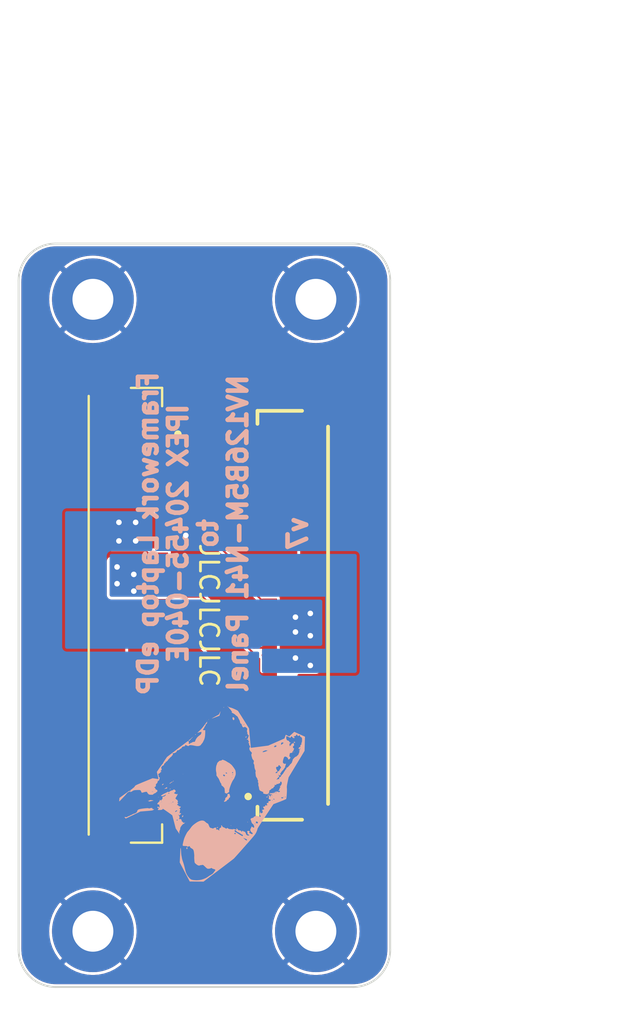
<source format=kicad_pcb>
(kicad_pcb (version 20211014) (generator pcbnew)
  (title_block (title "40 pin EDP from Framework Laptop to 30 pin LVDS") (rev "7"))
  (layers (0 "F.Cu" signal) (31 "B.Cu" signal) (34 "B.Paste" user) (35 "F.Paste" user) (36 "B.SilkS" user "B.Silkscreen") (37 "F.SilkS" user "F.Silkscreen") (38 "B.Mask" user) (39 "F.Mask" user) (44 "Edge.Cuts" user))
  (net 0 "")
  (net 1 "BL_PWR")
  (net 2 "EDP_LANE0_P")
  (net 3 "EDP_LANE0_N")
  (net 4 "EDP_LANE1_P")
  (net 5 "EDP_LANE1_N")
  (net 6 "EDP_HPD")
  (net 7 "BL_PWM_DIM")
  (net 8 "BL_EN")
  (net 9 "H_GND")
  (net 10 "EDP_3V")
  (net 17 "EDP_AUX_P")
  (net 18 "EDP_AUX_N")
  (net 19 "EDP_SELF_TEST")
  (net 22 "GND")
  (net 27 "EDP_GND")
  (net 28 "BL_GND")
  (footprint "footprints:IPEX_20455-040E-76" (layer "F.Cu") (at 137.675 99 -90)
    (fp_text reference "J1" hide)
    (fp_text value "20455-040E-76")
    (pad "1" smd rect (at 9.75 -1.92 270) (size 0.25 0.9) (layers "F.Cu" "F.Paste" "F.Mask"))
    (pad "2" smd rect (at 9.25 -1.92 270) (size 0.25 0.9) (layers "F.Cu" "F.Paste" "F.Mask") (net 9 "H_GND"))
    (pad "3" smd rect (at 8.75 -1.92 270) (size 0.25 0.9) (layers "F.Cu" "F.Paste" "F.Mask"))
    (pad "4" smd rect (at 8.25 -1.92 270) (size 0.25 0.9) (layers "F.Cu" "F.Paste" "F.Mask"))
    (pad "5" smd rect (at 7.75 -1.92 270) (size 0.25 0.9) (layers "F.Cu" "F.Paste" "F.Mask") (net 9 "H_GND"))
    (pad "6" smd rect (at 7.25 -1.92 270) (size 0.25 0.9) (layers "F.Cu" "F.Paste" "F.Mask"))
    (pad "7" smd rect (at 6.75 -1.92 270) (size 0.25 0.9) (layers "F.Cu" "F.Paste" "F.Mask"))
    (pad "8" smd rect (at 6.25 -1.92 270) (size 0.25 0.9) (layers "F.Cu" "F.Paste" "F.Mask") (net 9 "H_GND"))
    (pad "9" smd rect (at 5.75 -1.92 270) (size 0.25 0.9) (layers "F.Cu" "F.Paste" "F.Mask") (net 5 "EDP_LANE1_N"))
    (pad "10" smd rect (at 5.25 -1.92 270) (size 0.25 0.9) (layers "F.Cu" "F.Paste" "F.Mask") (net 4 "EDP_LANE1_P"))
    (pad "11" smd rect (at 4.75 -1.92 270) (size 0.25 0.9) (layers "F.Cu" "F.Paste" "F.Mask") (net 9 "H_GND"))
    (pad "12" smd rect (at 4.25 -1.92 270) (size 0.25 0.9) (layers "F.Cu" "F.Paste" "F.Mask") (net 3 "EDP_LANE0_N"))
    (pad "13" smd rect (at 3.75 -1.92 270) (size 0.25 0.9) (layers "F.Cu" "F.Paste" "F.Mask") (net 2 "EDP_LANE0_P"))
    (pad "14" smd rect (at 3.25 -1.92 270) (size 0.25 0.9) (layers "F.Cu" "F.Paste" "F.Mask") (net 9 "H_GND"))
    (pad "15" smd rect (at 2.75 -1.92 270) (size 0.25 0.9) (layers "F.Cu" "F.Paste" "F.Mask") (net 17 "EDP_AUX_P"))
    (pad "16" smd rect (at 2.25 -1.92 270) (size 0.25 0.9) (layers "F.Cu" "F.Paste" "F.Mask") (net 18 "EDP_AUX_N"))
    (pad "17" smd rect (at 1.75 -1.92 270) (size 0.25 0.9) (layers "F.Cu" "F.Paste" "F.Mask") (net 9 "H_GND"))
    (pad "18" smd rect (at 1.25 -1.92 270) (size 0.25 0.9) (layers "F.Cu" "F.Paste" "F.Mask") (net 10 "EDP_3V"))
    (pad "19" smd rect (at 0.75 -1.92 270) (size 0.25 0.9) (layers "F.Cu" "F.Paste" "F.Mask") (net 10 "EDP_3V"))
    (pad "20" smd rect (at 0.25 -1.92 270) (size 0.25 0.9) (layers "F.Cu" "F.Paste" "F.Mask") (net 10 "EDP_3V"))
    (pad "21" smd rect (at -0.25 -1.92 270) (size 0.25 0.9) (layers "F.Cu" "F.Paste" "F.Mask") (net 10 "EDP_3V"))
    (pad "22" smd rect (at -0.75 -1.92 270) (size 0.25 0.9) (layers "F.Cu" "F.Paste" "F.Mask") (net 19 "EDP_SELF_TEST"))
    (pad "23" smd rect (at -1.25 -1.92 270) (size 0.25 0.9) (layers "F.Cu" "F.Paste" "F.Mask") (net 27 "EDP_GND"))
    (pad "24" smd rect (at -1.75 -1.92 270) (size 0.25 0.9) (layers "F.Cu" "F.Paste" "F.Mask") (net 27 "EDP_GND"))
    (pad "25" smd rect (at -2.25 -1.92 270) (size 0.25 0.9) (layers "F.Cu" "F.Paste" "F.Mask") (net 27 "EDP_GND"))
    (pad "26" smd rect (at -2.75 -1.92 270) (size 0.25 0.9) (layers "F.Cu" "F.Paste" "F.Mask") (net 27 "EDP_GND"))
    (pad "27" smd rect (at -3.25 -1.92 270) (size 0.25 0.9) (layers "F.Cu" "F.Paste" "F.Mask") (net 6 "EDP_HPD"))
    (pad "28" smd rect (at -3.75 -1.92 270) (size 0.25 0.9) (layers "F.Cu" "F.Paste" "F.Mask") (net 28 "BL_GND"))
    (pad "29" smd rect (at -4.25 -1.92 270) (size 0.25 0.9) (layers "F.Cu" "F.Paste" "F.Mask") (net 28 "BL_GND"))
    (pad "30" smd rect (at -4.75 -1.92 270) (size 0.25 0.9) (layers "F.Cu" "F.Paste" "F.Mask") (net 28 "BL_GND"))
    (pad "31" smd rect (at -5.25 -1.92 270) (size 0.25 0.9) (layers "F.Cu" "F.Paste" "F.Mask") (net 28 "BL_GND"))
    (pad "32" smd rect (at -5.75 -1.92 270) (size 0.25 0.9) (layers "F.Cu" "F.Paste" "F.Mask") (net 8 "BL_EN"))
    (pad "33" smd rect (at -6.25 -1.92 270) (size 0.25 0.9) (layers "F.Cu" "F.Paste" "F.Mask") (net 7 "BL_PWM_DIM"))
    (pad "34" smd rect (at -6.75 -1.92 270) (size 0.25 0.9) (layers "F.Cu" "F.Paste" "F.Mask"))
    (pad "35" smd rect (at -7.25 -1.92 270) (size 0.25 0.9) (layers "F.Cu" "F.Paste" "F.Mask"))
    (pad "36" smd rect (at -7.75 -1.92 270) (size 0.25 0.9) (layers "F.Cu" "F.Paste" "F.Mask") (net 1 "BL_PWR"))
    (pad "37" smd rect (at -8.25 -1.92 270) (size 0.25 0.9) (layers "F.Cu" "F.Paste" "F.Mask") (net 1 "BL_PWR"))
    (pad "38" smd rect (at -8.75 -1.92 270) (size 0.25 0.9) (layers "F.Cu" "F.Paste" "F.Mask") (net 1 "BL_PWR"))
    (pad "39" smd rect (at -9.25 -1.92 270) (size 0.25 0.9) (layers "F.Cu" "F.Paste" "F.Mask") (net 1 "BL_PWR"))
    (pad "40" smd rect (at -9.75 -1.92 270) (size 0.25 0.9) (layers "F.Cu" "F.Paste" "F.Mask"))
    (pad "S1" smd rect (at -10.65 -1.92 270) (size 0.55 0.9) (layers "F.Cu" "F.Paste" "F.Mask") (net 22 "GND"))
    (pad "S2" smd rect (at -12.85 0.9 270) (size 1.4 1.9) (layers "F.Cu" "F.Paste" "F.Mask") (net 22 "GND"))
    (pad "S3" smd rect (at 10.65 -1.92 270) (size 0.55 0.9) (layers "F.Cu" "F.Paste" "F.Mask") (net 22 "GND"))
    (pad "S4" smd rect (at 12.85 0.9 270) (size 1.4 1.9) (layers "F.Cu" "F.Paste" "F.Mask") (net 22 "GND"))
  )
  (footprint "footprints:GCT_FFC2B28-40-G" (layer "F.Cu") (at 146.755 99 90)
    (fp_text reference "J2" hide)
    (fp_text value "FFC2B28-40-G")
    (pad "1" smd rect (at -9.75 -1.25 90) (size 0.3 0.8) (layers "F.Cu" "F.Paste" "F.Mask"))
    (pad "2" smd rect (at -9.25 -1.25 90) (size 0.3 0.8) (layers "F.Cu" "F.Paste" "F.Mask") (net 9 "H_GND"))
    (pad "3" smd rect (at -8.75 -1.25 90) (size 0.3 0.8) (layers "F.Cu" "F.Paste" "F.Mask") (net 5 "EDP_LANE1_N"))
    (pad "4" smd rect (at -8.25 -1.25 90) (size 0.3 0.8) (layers "F.Cu" "F.Paste" "F.Mask") (net 4 "EDP_LANE1_P"))
    (pad "5" smd rect (at -7.75 -1.25 90) (size 0.3 0.8) (layers "F.Cu" "F.Paste" "F.Mask") (net 9 "H_GND"))
    (pad "6" smd rect (at -7.25 -1.25 90) (size 0.3 0.8) (layers "F.Cu" "F.Paste" "F.Mask") (net 3 "EDP_LANE0_N"))
    (pad "7" smd rect (at -6.75 -1.25 90) (size 0.3 0.8) (layers "F.Cu" "F.Paste" "F.Mask") (net 2 "EDP_LANE0_P"))
    (pad "8" smd rect (at -6.25 -1.25 90) (size 0.3 0.8) (layers "F.Cu" "F.Paste" "F.Mask") (net 9 "H_GND"))
    (pad "9" smd rect (at -5.75 -1.25 90) (size 0.3 0.8) (layers "F.Cu" "F.Paste" "F.Mask") (net 17 "EDP_AUX_P"))
    (pad "10" smd rect (at -5.25 -1.25 90) (size 0.3 0.8) (layers "F.Cu" "F.Paste" "F.Mask") (net 18 "EDP_AUX_N"))
    (pad "11" smd rect (at -4.75 -1.25 90) (size 0.3 0.8) (layers "F.Cu" "F.Paste" "F.Mask") (net 9 "H_GND"))
    (pad "12" smd rect (at -4.25 -1.25 90) (size 0.3 0.8) (layers "F.Cu" "F.Paste" "F.Mask") (net 10 "EDP_3V"))
    (pad "13" smd rect (at -3.75 -1.25 90) (size 0.3 0.8) (layers "F.Cu" "F.Paste" "F.Mask") (net 10 "EDP_3V"))
    (pad "14" smd rect (at -3.25 -1.25 90) (size 0.3 0.8) (layers "F.Cu" "F.Paste" "F.Mask") (net 19 "EDP_SELF_TEST"))
    (pad "15" smd rect (at -2.75 -1.25 90) (size 0.3 0.8) (layers "F.Cu" "F.Paste" "F.Mask") (net 27 "EDP_GND"))
    (pad "16" smd rect (at -2.25 -1.25 90) (size 0.3 0.8) (layers "F.Cu" "F.Paste" "F.Mask") (net 27 "EDP_GND"))
    (pad "17" smd rect (at -1.75 -1.25 90) (size 0.3 0.8) (layers "F.Cu" "F.Paste" "F.Mask") (net 6 "EDP_HPD"))
    (pad "18" smd rect (at -1.25 -1.25 90) (size 0.3 0.8) (layers "F.Cu" "F.Paste" "F.Mask") (net 28 "BL_GND"))
    (pad "19" smd rect (at -0.75 -1.25 90) (size 0.3 0.8) (layers "F.Cu" "F.Paste" "F.Mask") (net 28 "BL_GND"))
    (pad "20" smd rect (at -0.25 -1.25 90) (size 0.3 0.8) (layers "F.Cu" "F.Paste" "F.Mask") (net 28 "BL_GND"))
    (pad "21" smd rect (at 0.25 -1.25 90) (size 0.3 0.8) (layers "F.Cu" "F.Paste" "F.Mask") (net 28 "BL_GND"))
    (pad "22" smd rect (at 0.75 -1.25 90) (size 0.3 0.8) (layers "F.Cu" "F.Paste" "F.Mask") (net 8 "BL_EN"))
    (pad "23" smd rect (at 1.25 -1.25 90) (size 0.3 0.8) (layers "F.Cu" "F.Paste" "F.Mask") (net 7 "BL_PWM_DIM"))
    (pad "24" smd rect (at 1.75 -1.25 90) (size 0.3 0.8) (layers "F.Cu" "F.Paste" "F.Mask"))
    (pad "25" smd rect (at 2.25 -1.25 90) (size 0.3 0.8) (layers "F.Cu" "F.Paste" "F.Mask"))
    (pad "26" smd rect (at 2.75 -1.25 90) (size 0.3 0.8) (layers "F.Cu" "F.Paste" "F.Mask") (net 1 "BL_PWR"))
    (pad "27" smd rect (at 3.25 -1.25 90) (size 0.3 0.8) (layers "F.Cu" "F.Paste" "F.Mask") (net 1 "BL_PWR"))
    (pad "28" smd rect (at 3.75 -1.25 90) (size 0.3 0.8) (layers "F.Cu" "F.Paste" "F.Mask") (net 1 "BL_PWR"))
    (pad "29" smd rect (at 4.25 -1.25 90) (size 0.3 0.8) (layers "F.Cu" "F.Paste" "F.Mask") (net 1 "BL_PWR"))
    (pad "30" smd rect (at 4.75 -1.25 90) (size 0.3 0.8) (layers "F.Cu" "F.Paste" "F.Mask"))
    (pad "31" smd rect (at 5.25 -1.25 90) (size 0.3 0.8) (layers "F.Cu" "F.Paste" "F.Mask"))
    (pad "32" smd rect (at 5.75 -1.25 90) (size 0.3 0.8) (layers "F.Cu" "F.Paste" "F.Mask"))
    (pad "33" smd rect (at 6.25 -1.25 90) (size 0.3 0.8) (layers "F.Cu" "F.Paste" "F.Mask"))
    (pad "34" smd rect (at 6.75 -1.25 90) (size 0.3 0.8) (layers "F.Cu" "F.Paste" "F.Mask"))
    (pad "35" smd rect (at 7.25 -1.25 90) (size 0.3 0.8) (layers "F.Cu" "F.Paste" "F.Mask"))
    (pad "36" smd rect (at 7.75 -1.25 90) (size 0.3 0.8) (layers "F.Cu" "F.Paste" "F.Mask"))
    (pad "37" smd rect (at 8.25 -1.25 90) (size 0.3 0.8) (layers "F.Cu" "F.Paste" "F.Mask"))
    (pad "38" smd rect (at 8.75 -1.25 90) (size 0.3 0.8) (layers "F.Cu" "F.Paste" "F.Mask"))
    (pad "39" smd rect (at 9.25 -1.25 90) (size 0.3 0.8) (layers "F.Cu" "F.Paste" "F.Mask"))
    (pad "40" smd rect (at 9.75 -1.25 90) (size 0.3 0.8) (layers "F.Cu" "F.Paste" "F.Mask"))
    (pad "S1" smd rect (at -11.25 1.25 90) (size 1.5 0.8) (layers "F.Cu" "F.Paste" "F.Mask") (net 22 "GND"))
    (pad "S2" smd rect (at 11.25 1.25 90) (size 1.5 0.8) (layers "F.Cu" "F.Paste" "F.Mask") (net 22 "GND"))
  )
  (footprint "MountingHole:MountingHole_2.2mm_M2_Pad" (layer "F.Cu") (at 136 116)
    (fp_text reference "H3" hide)
    (fp_text value "MountingHole_Pad" hide)
    (pad "1" thru_hole circle (at 0 0) (size 4.4 4.4) (drill 2.2) (layers *.Cu *.Mask) (net 22 "GND"))
  )
  (footprint "MountingHole:MountingHole_2.2mm_M2_Pad" (layer "F.Cu") (at 136 82)
    (fp_text reference "H1" hide)
    (fp_text value "MountingHole_Pad" hide)
    (pad "1" thru_hole circle (at 0 0) (size 4.4 4.4) (drill 2.2) (layers *.Cu *.Mask) (net 22 "GND"))
  )
  (footprint "MountingHole:MountingHole_2.2mm_M2_Pad" (layer "F.Cu") (at 148 116)
    (fp_text reference "H4" hide)
    (fp_text value "MountingHole_Pad" hide)
    (pad "1" thru_hole circle (at 0 0) (size 4.4 4.4) (drill 2.2) (layers *.Cu *.Mask) (net 22 "GND"))
  )
  (footprint "MountingHole:MountingHole_2.2mm_M2_Pad" (layer "F.Cu") (at 148 82)
    (fp_text reference "H2" hide)
    (fp_text value "MountingHole_Pad" hide)
    (pad "1" thru_hole circle (at 0 0) (size 4.4 4.4) (drill 2.2) (layers *.Cu *.Mask) (net 22 "GND"))
  )
  (footprint "footprints:trash_10mm" (layer "B.Cu") (at 142.4 108.6 -90)
    (fp_text reference "G***" hide)
    (fp_text value "LOGO" hide)
  )
  (gr_arc (start 150 79) (mid 151.414214 79.585786) (end 152 81) (layer "Edge.Cuts") (width 0.1))
  (gr_arc (start 152 117) (mid 151.414214 118.414214) (end 150 119) (layer "Edge.Cuts") (width 0.1))
  (gr_line (start 132 117) (end 132 81) (layer "Edge.Cuts") (width 0.1))
  (gr_line (start 150 119) (end 134 119) (layer "Edge.Cuts") (width 0.1))
  (gr_arc (start 134 119) (mid 132.585786 118.414214) (end 132 117) (layer "Edge.Cuts") (width 0.1))
  (gr_line (start 152 117) (end 152 81) (layer "Edge.Cuts") (width 0.1))
  (gr_line (start 150 79) (end 134 79) (layer "Edge.Cuts") (width 0.1))
  (gr_arc (start 132 81) (mid 132.585786 79.585786) (end 134 79) (layer "Edge.Cuts") (width 0.1))
  (gr_text "Framework Laptop eDP\nIPEX 20455-040E\nto\nNV126B5M-N41 Panel\n\nv${REVISION}" (at 143 94.6 90) (layer "B.SilkS") (effects (font (size 1 1) (thickness 0.25)) (justify mirror)))
  (gr_text "JLCJLCJLC" (at 142.2425 99 -90) (layer "F.SilkS") (effects (font (size 1 1))))
  (segment (start 141.160062 102.855) (end 144.160062 105.855) (width 0.2) (layer "F.Cu") (net 2))
  (segment (start 144.904999 105.75) (end 145.505 105.75) (width 0.2) (layer "F.Cu") (net 2))
  (segment (start 144.160062 105.855) (end 144.799999 105.855) (width 0.2) (layer "F.Cu") (net 2))
  (segment (start 140.375001 102.855) (end 141.160062 102.855) (width 0.2) (layer "F.Cu") (net 2))
  (segment (start 140.270001 102.75) (end 140.375001 102.855) (width 0.2) (layer "F.Cu") (net 2))
  (segment (start 144.799999 105.855) (end 144.904999 105.75) (width 0.2) (layer "F.Cu") (net 2))
  (segment (start 139.595 102.75) (end 140.270001 102.75) (width 0.2) (layer "F.Cu") (net 2))
  (segment (start 140.270001 103.25) (end 140.375001 103.145) (width 0.2) (layer "F.Cu") (net 3))
  (segment (start 141.039938 103.145) (end 144.039938 106.145) (width 0.2) (layer "F.Cu") (net 3))
  (segment (start 139.595 103.25) (end 140.270001 103.25) (width 0.2) (layer "F.Cu") (net 3))
  (segment (start 144.799999 106.145) (end 144.904999 106.25) (width 0.2) (layer "F.Cu") (net 3))
  (segment (start 140.375001 103.145) (end 141.039938 103.145) (width 0.2) (layer "F.Cu") (net 3))
  (segment (start 144.039938 106.145) (end 144.799999 106.145) (width 0.2) (layer "F.Cu") (net 3))
  (segment (start 144.904999 106.25) (end 145.505 106.25) (width 0.2) (layer "F.Cu") (net 3))
  (segment (start 139.595 104.25) (end 140.270001 104.25) (width 0.2) (layer "F.Cu") (net 4))
  (segment (start 140.270001 104.25) (end 140.375001 104.355) (width 0.2) (layer "F.Cu") (net 4))
  (segment (start 144.799999 107.355) (end 144.904999 107.25) (width 0.2) (layer "F.Cu") (net 4))
  (segment (start 140.375001 104.355) (end 141.160062 104.355) (width 0.2) (layer "F.Cu") (net 4))
  (segment (start 144.160062 107.355) (end 144.799999 107.355) (width 0.2) (layer "F.Cu") (net 4))
  (segment (start 141.160062 104.355) (end 144.160062 107.355) (width 0.2) (layer "F.Cu") (net 4))
  (segment (start 144.904999 107.25) (end 145.505 107.25) (width 0.2) (layer "F.Cu") (net 4))
  (segment (start 144.799999 107.645) (end 144.904999 107.75) (width 0.2) (layer "F.Cu") (net 5))
  (segment (start 144.039938 107.645) (end 144.799999 107.645) (width 0.2) (layer "F.Cu") (net 5))
  (segment (start 140.375001 104.645) (end 141.039938 104.645) (width 0.2) (layer "F.Cu") (net 5))
  (segment (start 141.039938 104.645) (end 144.039938 107.645) (width 0.2) (layer "F.Cu") (net 5))
  (segment (start 139.595 104.75) (end 140.270001 104.75) (width 0.2) (layer "F.Cu") (net 5))
  (segment (start 144.904999 107.75) (end 145.505 107.75) (width 0.2) (layer "F.Cu") (net 5))
  (segment (start 140.270001 104.75) (end 140.375001 104.645) (width 0.2) (layer "F.Cu") (net 5))
  (segment (start 141.9 98) (end 144.65 100.75) (width 0.1) (layer "F.Cu") (net 6))
  (segment (start 140.4 98) (end 141.9 98) (width 0.1) (layer "F.Cu") (net 6))
  (segment (start 139.595 95.75) (end 139.95 95.75) (width 0.1) (layer "F.Cu") (net 6))
  (segment (start 144.65 100.75) (end 145.505 100.75) (width 0.1) (layer "F.Cu") (net 6))
  (segment (start 140.2 97.8) (end 140.4 98) (width 0.1) (layer "F.Cu") (net 6))
  (segment (start 140.2 96) (end 140.2 97.8) (width 0.1) (layer "F.Cu") (net 6))
  (segment (start 139.95 95.75) (end 140.2 96) (width 0.1) (layer "F.Cu") (net 6))
  (segment (start 144.8 97.4) (end 144.8 97) (width 0.1) (layer "F.Cu") (net 7))
  (segment (start 145.505 97.75) (end 145.15 97.75) (width 0.1) (layer "F.Cu") (net 7))
  (segment (start 145.15 97.75) (end 144.8 97.4) (width 0.1) (layer "F.Cu") (net 7))
  (segment (start 144.8 97) (end 140.55 92.75) (width 0.1) (layer "F.Cu") (net 7))
  (segment (start 140.55 92.75) (end 139.595 92.75) (width 0.1) (layer "F.Cu") (net 7))
  (segment (start 144.6 97.7) (end 144.6 97.1) (width 0.1) (layer "F.Cu") (net 8))
  (segment (start 144.6 97.1) (end 140.75 93.25) (width 0.1) (layer "F.Cu") (net 8))
  (segment (start 145.505 98.25) (end 145.15 98.25) (width 0.1) (layer "F.Cu") (net 8))
  (segment (start 145.15 98.25) (end 144.6 97.7) (width 0.1) (layer "F.Cu") (net 8))
  (segment (start 140.75 93.25) (end 139.595 93.25) (width 0.1) (layer "F.Cu") (net 8))
  (segment (start 144.799999 104.645) (end 144.904999 104.75) (width 0.2) (layer "F.Cu") (net 17))
  (segment (start 140.375001 101.645) (end 141.039938 101.645) (width 0.2) (layer "F.Cu") (net 17))
  (segment (start 140.270001 101.75) (end 140.375001 101.645) (width 0.2) (layer "F.Cu") (net 17))
  (segment (start 144.904999 104.75) (end 145.505 104.75) (width 0.2) (layer "F.Cu") (net 17))
  (segment (start 139.595 101.75) (end 140.270001 101.75) (width 0.2) (layer "F.Cu") (net 17))
  (segment (start 141.039938 101.645) (end 144.039938 104.645) (width 0.2) (layer "F.Cu") (net 17))
  (segment (start 144.039938 104.645) (end 144.799999 104.645) (width 0.2) (layer "F.Cu") (net 17))
  (segment (start 144.160062 104.355) (end 144.799999 104.355) (width 0.2) (layer "F.Cu") (net 18))
  (segment (start 141.160062 101.355) (end 144.160062 104.355) (width 0.2) (layer "F.Cu") (net 18))
  (segment (start 144.799999 104.355) (end 144.904999 104.25) (width 0.2) (layer "F.Cu") (net 18))
  (segment (start 139.595 101.25) (end 140.270001 101.25) (width 0.2) (layer "F.Cu") (net 18))
  (segment (start 144.904999 104.25) (end 145.505 104.25) (width 0.2) (layer "F.Cu") (net 18))
  (segment (start 140.270001 101.25) (end 140.375001 101.355) (width 0.2) (layer "F.Cu") (net 18))
  (segment (start 140.375001 101.355) (end 141.160062 101.355) (width 0.2) (layer "F.Cu") (net 18))
  (segment (start 141.85 98.25) (end 144.955 101.355) (width 0.1) (layer "F.Cu") (net 19))
  (segment (start 144.955 101.355) (end 144.955 102.05) (width 0.1) (layer "F.Cu") (net 19))
  (segment (start 144.955 102.05) (end 145.155 102.25) (width 0.1) (layer "F.Cu") (net 19))
  (segment (start 139.595 98.25) (end 141.85 98.25) (width 0.1) (layer "F.Cu") (net 19))
  (segment (start 145.155 102.25) (end 145.505 102.25) (width 0.1) (layer "F.Cu") (net 19))
  (via (at 141 94.7) (size 0.5) (drill 0.3) (layers "F.Cu" "B.Cu") (net 22))
  (via (at 146.9 101.3) (size 0.5) (drill 0.3) (layers "F.Cu" "B.Cu") (net 27))
  (via (at 137.3 96.4) (size 0.5) (drill 0.3) (layers "F.Cu" "B.Cu") (net 27))
  (via (at 147.7 101.7) (size 0.5) (drill 0.3) (layers "F.Cu" "B.Cu") (net 27))
  (via (at 137.3 97.3) (size 0.5) (drill 0.3) (layers "F.Cu" "B.Cu") (net 27))
  (via (at 138.2 97.7) (size 0.5) (drill 0.3) (layers "F.Cu" "B.Cu") (net 27))
  (via (at 138.2 96.8) (size 0.5) (drill 0.3) (layers "F.Cu" "B.Cu") (net 27))
  (via (at 138.3 95) (size 0.5) (drill 0.3) (layers "F.Cu" "B.Cu") (net 28))
  (via (at 146.9 99.1) (size 0.5) (drill 0.3) (layers "F.Cu" "B.Cu") (net 28))
  (via (at 137.4 95) (size 0.5) (drill 0.3) (layers "F.Cu" "B.Cu") (net 28))
  (via (at 147.7 100.1) (size 0.5) (drill 0.3) (layers "F.Cu" "B.Cu") (net 28))
  (via (at 146.9 99.9) (size 0.5) (drill 0.3) (layers "F.Cu" "B.Cu") (net 28))
  (via (at 147.7 98.9) (size 0.5) (drill 0.3) (layers "F.Cu" "B.Cu") (net 28))
  (via (at 137.4 94) (size 0.5) (drill 0.3) (layers "F.Cu" "B.Cu") (net 28))
  (via (at 138.3 94) (size 0.5) (drill 0.3) (layers "F.Cu" "B.Cu") (net 28))
  (zone (net 28) (net_name "BL_GND") (layer "F.Cu") (priority 2) (connect_pads yes (clearance 0.15)) (min_thickness 0.2) (fill yes (thermal_gap 0.508) (thermal_bridge_width 0.508))
    (polygon (pts (xy 148.1 100.4) (xy 145 100.4) (xy 145 98.6) (xy 148.1 98.6)))
  )
  (zone (net 9) (net_name "H_GND") (layer "F.Cu") (priority 2) (connect_pads yes (clearance 0.15)) (min_thickness 0.25) (fill yes (thermal_gap 0.15) (thermal_bridge_width 0.508))
    (polygon (pts (xy 144.7 103.5) (xy 147 103.5) (xy 147 108.5) (xy 143.6 108.5) (xy 140.6 105.5) (xy 140.4 105.5) (xy 140.4 105.9) (xy 140.4 108.5) (xy 137.9 108.5) (xy 137.9 106.4) (xy 137.9 105.5) (xy 137.9 100.5) (xy 141.7 100.5)))
  )
  (zone (net 28) (net_name "BL_GND") (layer "F.Cu") (priority 2) (connect_pads yes (clearance 0.15)) (min_thickness 0.2) (fill yes (thermal_gap 0.508) (thermal_bridge_width 0.508))
    (polygon (pts (xy 136.9 93.599999) (xy 140.1 93.599999) (xy 140.100002 95.4) (xy 136.9 95.4)))
  )
  (zone (net 27) (net_name "EDP_GND") (layer "F.Cu") (priority 2) (connect_pads yes (clearance 0.15)) (min_thickness 0.2) (fill yes (thermal_gap 0.508) (thermal_bridge_width 0.508))
    (polygon (pts (xy 140.1 98) (xy 136.9 98) (xy 136.9 96) (xy 140.1 96)))
  )
  (zone (net 22) (net_name "GND") (layers F&B.Cu) (connect_pads thru_hole_only (clearance 0.15)) (min_thickness 0.15) (fill yes (thermal_gap 0.15) (thermal_bridge_width 0.3) (smoothing chamfer))
    (polygon (pts (xy 154 121) (xy 131 121) (xy 131 77) (xy 154 77)))
  )
  (zone (net 1) (net_name "BL_PWR") (layer "F.Cu") (priority 3) (connect_pads yes (clearance 0.15)) (min_thickness 0.2) (fill yes (thermal_gap 0.508) (thermal_bridge_width 0.508))
    (polygon (pts (xy 144.4 92.8) (xy 144.4 94.2) (xy 145 94.5) (xy 147 94.5) (xy 147 96.5) (xy 144.6 96.5) (xy 140.4 92.3) (xy 140.4 91.7) (xy 140.2 91.5) (xy 137.9 91.5) (xy 137.9 89.5) (xy 141 89.5)))
  )
  (zone (net 10) (net_name "EDP_3V") (layer "F.Cu") (priority 3) (connect_pads yes (clearance 0.15)) (min_thickness 0.2) (fill yes (thermal_gap 0.508) (thermal_bridge_width 0.508))
    (polygon (pts (xy 141.8 98.5) (xy 144.7 101.3) (xy 144.7 101.7) (xy 144.7 102.1) (xy 145 102.4) (xy 147 102.4) (xy 147 103.5) (xy 144.7 103.5) (xy 141.7 100.5) (xy 137.9 100.5) (xy 137.9 98.5) (xy 141.7 98.5)))
  )
  (zone (net 27) (net_name "EDP_GND") (layer "F.Cu") (priority 2) (connect_pads yes (clearance 0.15)) (min_thickness 0.2) (fill yes (thermal_gap 0.508) (thermal_bridge_width 0.508))
    (polygon (pts (xy 148.1 102) (xy 144.8 102) (xy 144.8 101) (xy 148.1 101)))
  )
  (zone (net 27) (net_name "EDP_GND") (layer "B.Cu") (priority 3) (connect_pads (clearance 0.15)) (min_thickness 0.2) (fill yes (thermal_gap 0.508) (thermal_bridge_width 0.508))
    (polygon (pts (xy 150.2 102.1) (xy 145.1 102.1) (xy 145.1 100.8) (xy 148.5 100.8) (xy 148.5 98) (xy 136.9 98) (xy 136.9 95.7) (xy 138.7 95.7) (xy 139.7 95.7) (xy 150.2 95.7) (xy 150.2 97)))
  )
  (zone (net 28) (net_name "BL_GND") (layer "B.Cu") (priority 2) (connect_pads (clearance 0.15)) (min_thickness 0.2) (fill yes (thermal_gap 0.508) (thermal_bridge_width 0.508))
    (polygon (pts (xy 136.9 98) (xy 148.5 98) (xy 148.5 100.8) (xy 144.4 100.8) (xy 134.5 100.8) (xy 134.5 93.4) (xy 136.8 93.4) (xy 139.2 93.4) (xy 139.2 95.7) (xy 136.9 95.7)))
  )
)
</source>
